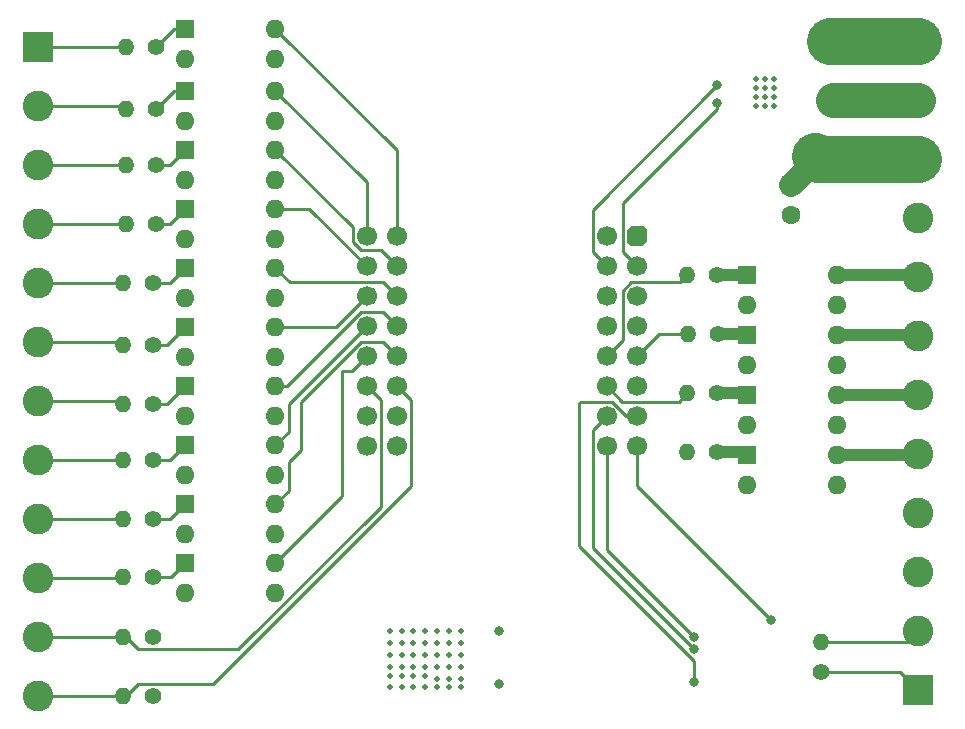
<source format=gbr>
%TF.GenerationSoftware,KiCad,Pcbnew,7.0.6*%
%TF.CreationDate,2023-09-04T23:14:40+02:00*%
%TF.ProjectId,ESP32RIO,45535033-3252-4494-9f2e-6b696361645f,rev?*%
%TF.SameCoordinates,Original*%
%TF.FileFunction,Copper,L2,Inr*%
%TF.FilePolarity,Positive*%
%FSLAX46Y46*%
G04 Gerber Fmt 4.6, Leading zero omitted, Abs format (unit mm)*
G04 Created by KiCad (PCBNEW 7.0.6) date 2023-09-04 23:14:40*
%MOMM*%
%LPD*%
G01*
G04 APERTURE LIST*
G04 Aperture macros list*
%AMFreePoly0*
4,1,19,-0.850000,0.255000,-0.829726,0.408997,-0.770285,0.552500,-0.675729,0.675729,-0.552500,0.770285,-0.408997,0.829726,-0.255000,0.850000,0.510000,0.850000,0.850000,0.510000,0.850000,-0.255000,0.829726,-0.408997,0.770285,-0.552500,0.675729,-0.675729,0.552500,-0.770285,0.408997,-0.829726,0.255000,-0.850000,-0.510000,-0.850000,-0.850000,-0.510000,-0.850000,0.255000,-0.850000,0.255000,
$1*%
G04 Aperture macros list end*
%TA.AperFunction,ComponentPad*%
%ADD10C,1.600000*%
%TD*%
%TA.AperFunction,ComponentPad*%
%ADD11R,1.600000X1.600000*%
%TD*%
%TA.AperFunction,ComponentPad*%
%ADD12O,1.600000X1.600000*%
%TD*%
%TA.AperFunction,ComponentPad*%
%ADD13C,1.400000*%
%TD*%
%TA.AperFunction,ComponentPad*%
%ADD14O,1.400000X1.400000*%
%TD*%
%TA.AperFunction,ComponentPad*%
%ADD15R,2.600000X2.600000*%
%TD*%
%TA.AperFunction,ComponentPad*%
%ADD16C,2.600000*%
%TD*%
%TA.AperFunction,ComponentPad*%
%ADD17FreePoly0,180.000000*%
%TD*%
%TA.AperFunction,ComponentPad*%
%ADD18C,1.700000*%
%TD*%
%TA.AperFunction,ViaPad*%
%ADD19C,0.500000*%
%TD*%
%TA.AperFunction,ViaPad*%
%ADD20C,0.800000*%
%TD*%
%TA.AperFunction,Conductor*%
%ADD21C,2.000000*%
%TD*%
%TA.AperFunction,Conductor*%
%ADD22C,0.250000*%
%TD*%
%TA.AperFunction,Conductor*%
%ADD23C,1.000000*%
%TD*%
%TA.AperFunction,Conductor*%
%ADD24C,3.000000*%
%TD*%
%TA.AperFunction,Conductor*%
%ADD25C,4.000000*%
%TD*%
G04 APERTURE END LIST*
D10*
%TO.N,GND*%
%TO.C,C4*%
X173250000Y-72000000D03*
D11*
%TO.N,Net-(J1-Pin_10)*%
X173250000Y-69500000D03*
%TD*%
%TO.N,Net-(R8-Pad1)*%
%TO.C,U8*%
X121950000Y-91475000D03*
D12*
%TO.N,GND*%
X121950000Y-94015000D03*
X129570000Y-94015000D03*
%TO.N,Net-(U11-GPIO33)*%
X129570000Y-91475000D03*
%TD*%
D11*
%TO.N,Net-(R4-Pad1)*%
%TO.C,U4*%
X121950000Y-71475000D03*
D12*
%TO.N,GND*%
X121950000Y-74015000D03*
X129570000Y-74015000D03*
%TO.N,Net-(U11-GPIO37)*%
X129570000Y-71475000D03*
%TD*%
D13*
%TO.N,Net-(R7-Pad1)*%
%TO.C,R7*%
X119220000Y-88000000D03*
D14*
%TO.N,Net-(J2-Pin_7)*%
X116680000Y-88000000D03*
%TD*%
D13*
%TO.N,Net-(R3-Pad1)*%
%TO.C,R3*%
X119470000Y-67750000D03*
D14*
%TO.N,Net-(J2-Pin_3)*%
X116930000Y-67750000D03*
%TD*%
D11*
%TO.N,Net-(R1-Pad1)*%
%TO.C,U1*%
X121950000Y-56225000D03*
D12*
%TO.N,GND*%
X121950000Y-58765000D03*
X129570000Y-58765000D03*
%TO.N,Net-(U11-GPIO40)*%
X129570000Y-56225000D03*
%TD*%
D13*
%TO.N,Net-(R11-Pad1)*%
%TO.C,R11*%
X167002032Y-77102460D03*
D14*
%TO.N,Net-(U11-GPIO8)*%
X164462032Y-77102460D03*
%TD*%
D11*
%TO.N,Net-(R10-Pad1)*%
%TO.C,U10*%
X121950000Y-101475000D03*
D12*
%TO.N,GND*%
X121950000Y-104015000D03*
X129570000Y-104015000D03*
%TO.N,Net-(U11-GPIO18)*%
X129570000Y-101475000D03*
%TD*%
D11*
%TO.N,Net-(R13-Pad1)*%
%TO.C,U14*%
X169482032Y-87234126D03*
D12*
%TO.N,GND*%
X169482032Y-89774126D03*
%TO.N,Net-(J1-Pin_4)*%
X177102032Y-89774126D03*
%TO.N,Net-(J1-Pin_6)*%
X177102032Y-87234126D03*
%TD*%
D11*
%TO.N,Net-(R14-Pad1)*%
%TO.C,U16*%
X169482032Y-92327459D03*
D12*
%TO.N,GND*%
X169482032Y-94867459D03*
%TO.N,Net-(J1-Pin_4)*%
X177102032Y-94867459D03*
%TO.N,Net-(J1-Pin_5)*%
X177102032Y-92327459D03*
%TD*%
D13*
%TO.N,Net-(R13-Pad1)*%
%TO.C,R13*%
X167002032Y-87102460D03*
D14*
%TO.N,Net-(U11-GPIO10)*%
X164462032Y-87102460D03*
%TD*%
D13*
%TO.N,Net-(J1-Pin_1)*%
%TO.C,R15*%
X175750000Y-110720000D03*
D14*
%TO.N,Net-(J1-Pin_2)*%
X175750000Y-108180000D03*
%TD*%
D13*
%TO.N,Net-(R6-Pad1)*%
%TO.C,R6*%
X119220000Y-83000000D03*
D14*
%TO.N,Net-(J2-Pin_6)*%
X116680000Y-83000000D03*
%TD*%
D11*
%TO.N,Net-(R9-Pad1)*%
%TO.C,U9*%
X121950000Y-96475000D03*
D12*
%TO.N,GND*%
X121950000Y-99015000D03*
X129570000Y-99015000D03*
%TO.N,Net-(U11-GPIO21)*%
X129570000Y-96475000D03*
%TD*%
D13*
%TO.N,Net-(R4-Pad1)*%
%TO.C,R4*%
X119470000Y-72750000D03*
D14*
%TO.N,Net-(J2-Pin_4)*%
X116930000Y-72750000D03*
%TD*%
D13*
%TO.N,Net-(R12-Pad1)*%
%TO.C,R12*%
X167032032Y-82102460D03*
D14*
%TO.N,Net-(U11-GPIO9)*%
X164492032Y-82102460D03*
%TD*%
D13*
%TO.N,Net-(R9-Pad1)*%
%TO.C,R9*%
X119220000Y-97750000D03*
D14*
%TO.N,Net-(J2-Pin_9)*%
X116680000Y-97750000D03*
%TD*%
D13*
%TO.N,Net-(R1-Pad1)*%
%TO.C,R1*%
X119470000Y-57750000D03*
D14*
%TO.N,Net-(J2-Pin_1)*%
X116930000Y-57750000D03*
%TD*%
D13*
%TO.N,Net-(R10-Pad1)*%
%TO.C,R10*%
X119220000Y-102669888D03*
D14*
%TO.N,Net-(J2-Pin_10)*%
X116680000Y-102669888D03*
%TD*%
D13*
%TO.N,Net-(R8-Pad1)*%
%TO.C,R8*%
X119220000Y-92750000D03*
D14*
%TO.N,Net-(J2-Pin_8)*%
X116680000Y-92750000D03*
%TD*%
D11*
%TO.N,Net-(R11-Pad1)*%
%TO.C,U12*%
X169462032Y-77047460D03*
D12*
%TO.N,GND*%
X169462032Y-79587460D03*
%TO.N,Net-(J1-Pin_4)*%
X177082032Y-79587460D03*
%TO.N,Net-(J1-Pin_8)*%
X177082032Y-77047460D03*
%TD*%
D15*
%TO.N,Net-(J1-Pin_1)*%
%TO.C,J1*%
X184000000Y-112250000D03*
D16*
%TO.N,Net-(J1-Pin_2)*%
X184000000Y-107250000D03*
%TO.N,+24V*%
X184000000Y-102250000D03*
%TO.N,Net-(J1-Pin_4)*%
X184000000Y-97250000D03*
%TO.N,Net-(J1-Pin_5)*%
X184000000Y-92250000D03*
%TO.N,Net-(J1-Pin_6)*%
X184000000Y-87250000D03*
%TO.N,Net-(J1-Pin_7)*%
X184000000Y-82250000D03*
%TO.N,Net-(J1-Pin_8)*%
X184000000Y-77250000D03*
%TO.N,GND*%
X184000000Y-72250000D03*
%TO.N,Net-(J1-Pin_10)*%
X184000000Y-67250000D03*
%TO.N,Net-(J1-Pin_11)*%
X184000000Y-62250000D03*
%TO.N,Net-(J1-Pin_12)*%
X184000000Y-57250000D03*
%TD*%
D13*
%TO.N,GND*%
%TO.C,R17*%
X119220000Y-107750000D03*
D14*
%TO.N,Net-(J2-Pin_11)*%
X116680000Y-107750000D03*
%TD*%
D13*
%TO.N,Net-(R2-Pad1)*%
%TO.C,R2*%
X119470000Y-63000000D03*
D14*
%TO.N,Net-(J2-Pin_2)*%
X116930000Y-63000000D03*
%TD*%
D13*
%TO.N,GND*%
%TO.C,R16*%
X119220000Y-112750000D03*
D14*
%TO.N,Net-(J2-Pin_12)*%
X116680000Y-112750000D03*
%TD*%
D11*
%TO.N,Net-(R3-Pad1)*%
%TO.C,U3*%
X121950000Y-66475000D03*
D12*
%TO.N,GND*%
X121950000Y-69015000D03*
X129570000Y-69015000D03*
%TO.N,Net-(U11-GPIO38)*%
X129570000Y-66475000D03*
%TD*%
D11*
%TO.N,Net-(R12-Pad1)*%
%TO.C,U13*%
X169482032Y-82140793D03*
D12*
%TO.N,GND*%
X169482032Y-84680793D03*
%TO.N,Net-(J1-Pin_4)*%
X177102032Y-84680793D03*
%TO.N,Net-(J1-Pin_7)*%
X177102032Y-82140793D03*
%TD*%
D11*
%TO.N,Net-(R7-Pad1)*%
%TO.C,U7*%
X121950000Y-86475000D03*
D12*
%TO.N,GND*%
X121950000Y-89015000D03*
X129570000Y-89015000D03*
%TO.N,Net-(U11-GPIO34)*%
X129570000Y-86475000D03*
%TD*%
D13*
%TO.N,Net-(R5-Pad1)*%
%TO.C,R5*%
X119220000Y-77750000D03*
D14*
%TO.N,Net-(J2-Pin_5)*%
X116680000Y-77750000D03*
%TD*%
D11*
%TO.N,Net-(R5-Pad1)*%
%TO.C,U5*%
X121950000Y-76475000D03*
D12*
%TO.N,GND*%
X121950000Y-79015000D03*
X129570000Y-79015000D03*
%TO.N,Net-(U11-GPIO36)*%
X129570000Y-76475000D03*
%TD*%
D11*
%TO.N,Net-(R6-Pad1)*%
%TO.C,U6*%
X121950000Y-81475000D03*
D12*
%TO.N,GND*%
X121950000Y-84015000D03*
X129570000Y-84015000D03*
%TO.N,Net-(U11-GPIO35)*%
X129570000Y-81475000D03*
%TD*%
D13*
%TO.N,Net-(R14-Pad1)*%
%TO.C,R14*%
X167002032Y-92102460D03*
D14*
%TO.N,Net-(U11-GPIO11)*%
X164462032Y-92102460D03*
%TD*%
D11*
%TO.N,Net-(R2-Pad1)*%
%TO.C,U2*%
X121950000Y-61475000D03*
D12*
%TO.N,GND*%
X121950000Y-64015000D03*
X129570000Y-64015000D03*
%TO.N,Net-(U11-GPIO39)*%
X129570000Y-61475000D03*
%TD*%
D15*
%TO.N,Net-(J2-Pin_1)*%
%TO.C,J2*%
X109500000Y-57750000D03*
D16*
%TO.N,Net-(J2-Pin_2)*%
X109500000Y-62750000D03*
%TO.N,Net-(J2-Pin_3)*%
X109500000Y-67750000D03*
%TO.N,Net-(J2-Pin_4)*%
X109500000Y-72750000D03*
%TO.N,Net-(J2-Pin_5)*%
X109500000Y-77750000D03*
%TO.N,Net-(J2-Pin_6)*%
X109500000Y-82750000D03*
%TO.N,Net-(J2-Pin_7)*%
X109500000Y-87750000D03*
%TO.N,Net-(J2-Pin_8)*%
X109500000Y-92750000D03*
%TO.N,Net-(J2-Pin_9)*%
X109500000Y-97750000D03*
%TO.N,Net-(J2-Pin_10)*%
X109500000Y-102750000D03*
%TO.N,Net-(J2-Pin_11)*%
X109500000Y-107750000D03*
%TO.N,Net-(J2-Pin_12)*%
X109500000Y-112750000D03*
%TD*%
D17*
%TO.N,unconnected-(U11-EN-Pad1)*%
%TO.C,U11*%
X160162500Y-73805000D03*
D18*
%TO.N,Net-(U11-GPIO3)*%
X160162500Y-76345000D03*
%TO.N,unconnected-(U11-GPIO5-Pad3)*%
X160162500Y-78885000D03*
%TO.N,unconnected-(U11-GPIO7-Pad4)*%
X160162500Y-81425000D03*
%TO.N,Net-(U11-GPIO9)*%
X160162500Y-83965000D03*
%TO.N,Net-(U11-GPIO11)*%
X160162500Y-86505000D03*
%TO.N,/RX-I*%
X160162500Y-89045000D03*
%TO.N,Net-(U11-3V3)*%
X160162500Y-91585000D03*
%TO.N,Net-(U11-VBUS)*%
X137302500Y-91585000D03*
%TO.N,GND*%
X137302500Y-89045000D03*
%TO.N,Net-(J2-Pin_11)*%
X137302500Y-86505000D03*
%TO.N,Net-(U11-GPIO18)*%
X137302500Y-83965000D03*
%TO.N,Net-(U11-GPIO33)*%
X137302500Y-81425000D03*
%TO.N,Net-(U11-GPIO35)*%
X137302500Y-78885000D03*
%TO.N,Net-(U11-GPIO37)*%
X137302500Y-76345000D03*
%TO.N,Net-(U11-GPIO39)*%
X137302500Y-73805000D03*
%TO.N,unconnected-(U11-GPIO1-Pad17)*%
X157622500Y-73805000D03*
%TO.N,Net-(U11-GPIO2)*%
X157622500Y-76345000D03*
%TO.N,unconnected-(U11-GPIO4-Pad19)*%
X157622500Y-78885000D03*
%TO.N,unconnected-(U11-GPIO6-Pad20)*%
X157622500Y-81425000D03*
%TO.N,Net-(U11-GPIO8)*%
X157622500Y-83965000D03*
%TO.N,Net-(U11-GPIO10)*%
X157622500Y-86505000D03*
%TO.N,/RTS*%
X157622500Y-89045000D03*
%TO.N,/TX-O*%
X157622500Y-91585000D03*
%TO.N,unconnected-(U11-GPIO15-Pad25)*%
X139842500Y-91585000D03*
%TO.N,GND*%
X139842500Y-89045000D03*
%TO.N,Net-(J2-Pin_12)*%
X139842500Y-86505000D03*
%TO.N,Net-(U11-GPIO21)*%
X139842500Y-83965000D03*
%TO.N,Net-(U11-GPIO34)*%
X139842500Y-81425000D03*
%TO.N,Net-(U11-GPIO36)*%
X139842500Y-78885000D03*
%TO.N,Net-(U11-GPIO38)*%
X139842500Y-76345000D03*
%TO.N,Net-(U11-GPIO40)*%
X139842500Y-73805000D03*
%TD*%
D19*
%TO.N,GND*%
X141250000Y-112000000D03*
X140250000Y-112000000D03*
X144250000Y-110250000D03*
X170250000Y-60500000D03*
X145250000Y-109250000D03*
X171000000Y-62750000D03*
X144250000Y-109250000D03*
X142250000Y-107250000D03*
X143250000Y-112000000D03*
X139250000Y-110250000D03*
X139250000Y-112000000D03*
X141250000Y-110250000D03*
X139250000Y-107250000D03*
X140250000Y-110250000D03*
X144250000Y-108250000D03*
X171000000Y-60500000D03*
X171750000Y-60500000D03*
X145250000Y-108250000D03*
X171750000Y-62750000D03*
X140250000Y-108250000D03*
X139250000Y-108250000D03*
X140250000Y-107250000D03*
X142250000Y-108250000D03*
X139250000Y-111000000D03*
X170250000Y-62000000D03*
X141250000Y-111000000D03*
X141250000Y-108250000D03*
X171750000Y-61250000D03*
X170250000Y-61250000D03*
X144250000Y-112000000D03*
X144250000Y-107250000D03*
X143250000Y-108250000D03*
X142250000Y-111000000D03*
X142250000Y-110250000D03*
X145250000Y-107250000D03*
X145250000Y-111250000D03*
X170250000Y-62750000D03*
X171000000Y-61250000D03*
X143250000Y-110250000D03*
X145250000Y-112000000D03*
X140250000Y-109250000D03*
X141250000Y-107250000D03*
X143250000Y-109250000D03*
X143250000Y-111250000D03*
X140250000Y-111000000D03*
X171750000Y-62000000D03*
X144250000Y-111250000D03*
X145250000Y-110250000D03*
X171000000Y-62000000D03*
X143250000Y-107250000D03*
X141250000Y-109250000D03*
X139250000Y-109250000D03*
X142250000Y-112000000D03*
X142250000Y-109250000D03*
D20*
%TO.N,/TX-O*%
X165000000Y-107750000D03*
%TO.N,/RTS*%
X165000000Y-108750000D03*
%TO.N,/RX-I*%
X165000000Y-111500000D03*
D19*
%TO.N,Net-(J1-Pin_11)*%
X176500000Y-62250000D03*
X177250000Y-62250000D03*
X176000000Y-62750000D03*
X176500000Y-61500000D03*
X177000000Y-61750000D03*
X175750000Y-62250000D03*
X176000000Y-61750000D03*
X176500000Y-63000000D03*
X177000000Y-62750000D03*
%TO.N,Net-(J1-Pin_12)*%
X177250000Y-57250000D03*
X176000000Y-57750000D03*
X176000000Y-56750000D03*
X176500000Y-58000000D03*
X177000000Y-57750000D03*
X176500000Y-56500000D03*
X175750000Y-57250000D03*
X177000000Y-56750000D03*
X176500000Y-57250000D03*
D20*
%TO.N,+24V*%
X148500000Y-111750000D03*
D19*
%TO.N,Net-(J1-Pin_10)*%
X174500000Y-67000000D03*
X174750000Y-67500000D03*
X176000000Y-67000000D03*
X175750000Y-66500000D03*
X175750000Y-67500000D03*
X174750000Y-66500000D03*
X175250000Y-67000000D03*
X175250000Y-67750000D03*
X175250000Y-66250000D03*
D20*
%TO.N,Net-(U11-3V3)*%
X171500000Y-106250000D03*
%TO.N,Net-(U11-VBUS)*%
X148500000Y-107250000D03*
%TO.N,Net-(U11-GPIO3)*%
X167000000Y-62500000D03*
%TO.N,Net-(U11-GPIO2)*%
X167000000Y-61000000D03*
%TD*%
D21*
%TO.N,Net-(J1-Pin_10)*%
X173250000Y-69500000D02*
X175500000Y-67250000D01*
D22*
%TO.N,Net-(R1-Pad1)*%
X120995000Y-56225000D02*
X121950000Y-56225000D01*
X119470000Y-57750000D02*
X120995000Y-56225000D01*
%TO.N,Net-(R2-Pad1)*%
X119470000Y-63000000D02*
X120995000Y-61475000D01*
X120995000Y-61475000D02*
X121950000Y-61475000D01*
%TO.N,Net-(R3-Pad1)*%
X119470000Y-67750000D02*
X120675000Y-67750000D01*
X120675000Y-67750000D02*
X121950000Y-66475000D01*
%TO.N,Net-(R4-Pad1)*%
X120675000Y-72750000D02*
X121950000Y-71475000D01*
X119470000Y-72750000D02*
X120675000Y-72750000D01*
%TO.N,Net-(R5-Pad1)*%
X120675000Y-77750000D02*
X121950000Y-76475000D01*
X119220000Y-77750000D02*
X120675000Y-77750000D01*
%TO.N,Net-(R6-Pad1)*%
X119220000Y-83000000D02*
X120425000Y-83000000D01*
X120425000Y-83000000D02*
X121950000Y-81475000D01*
%TO.N,Net-(R7-Pad1)*%
X120425000Y-88000000D02*
X121950000Y-86475000D01*
X119220000Y-88000000D02*
X120425000Y-88000000D01*
%TO.N,Net-(R8-Pad1)*%
X119220000Y-92750000D02*
X120675000Y-92750000D01*
X120675000Y-92750000D02*
X121950000Y-91475000D01*
%TO.N,Net-(U11-GPIO18)*%
X136017500Y-85250000D02*
X137302500Y-83965000D01*
X135250000Y-85250000D02*
X136017500Y-85250000D01*
X135250000Y-95795000D02*
X135250000Y-85250000D01*
X129570000Y-101475000D02*
X135250000Y-95795000D01*
%TO.N,Net-(U11-GPIO21)*%
X129570000Y-96475000D02*
X130695000Y-95350000D01*
X136815799Y-82790000D02*
X138667500Y-82790000D01*
X130695000Y-95350000D02*
X130695000Y-92945000D01*
X138667500Y-82790000D02*
X139842500Y-83965000D01*
X131750000Y-91890000D02*
X131750000Y-87855799D01*
X131750000Y-87855799D02*
X136815799Y-82790000D01*
X130695000Y-92945000D02*
X131750000Y-91890000D01*
%TO.N,Net-(R9-Pad1)*%
X119220000Y-97750000D02*
X120675000Y-97750000D01*
X120675000Y-97750000D02*
X121950000Y-96475000D01*
%TO.N,Net-(R10-Pad1)*%
X119220000Y-102669888D02*
X120755112Y-102669888D01*
X120755112Y-102669888D02*
X121950000Y-101475000D01*
%TO.N,Net-(U11-GPIO33)*%
X130695000Y-90350000D02*
X130695000Y-88032500D01*
X129570000Y-91475000D02*
X130695000Y-90350000D01*
X130695000Y-88032500D02*
X137302500Y-81425000D01*
%TO.N,Net-(U11-GPIO34)*%
X136815799Y-80250000D02*
X138667500Y-80250000D01*
X138667500Y-80250000D02*
X139842500Y-81425000D01*
X130590799Y-86475000D02*
X136815799Y-80250000D01*
X129570000Y-86475000D02*
X130590799Y-86475000D01*
%TO.N,Net-(U11-GPIO35)*%
X134712500Y-81475000D02*
X137302500Y-78885000D01*
X129570000Y-81475000D02*
X134712500Y-81475000D01*
%TO.N,Net-(U11-GPIO36)*%
X129570000Y-76475000D02*
X130805000Y-77710000D01*
X138667500Y-77710000D02*
X139842500Y-78885000D01*
X130805000Y-77710000D02*
X138667500Y-77710000D01*
%TO.N,Net-(U11-GPIO37)*%
X129570000Y-71475000D02*
X132432500Y-71475000D01*
X132432500Y-71475000D02*
X137302500Y-76345000D01*
%TO.N,/TX-O*%
X157622500Y-100372500D02*
X165000000Y-107750000D01*
X157622500Y-91585000D02*
X157622500Y-100372500D01*
%TO.N,/RTS*%
X156447500Y-90220000D02*
X156447500Y-100222805D01*
X156447500Y-100222805D02*
X164974695Y-108750000D01*
X157622500Y-89045000D02*
X156447500Y-90220000D01*
X164974695Y-108750000D02*
X165000000Y-108750000D01*
%TO.N,/RX-I*%
X155250000Y-100025305D02*
X165000000Y-109775305D01*
X155380000Y-87870000D02*
X155250000Y-88000000D01*
X160162500Y-89045000D02*
X159284201Y-89045000D01*
X155250000Y-88000000D02*
X155250000Y-100025305D01*
X159284201Y-89045000D02*
X158109201Y-87870000D01*
X165000000Y-109775305D02*
X165000000Y-111500000D01*
X158109201Y-87870000D02*
X155380000Y-87870000D01*
%TO.N,Net-(U11-GPIO38)*%
X138497500Y-75000000D02*
X139842500Y-76345000D01*
X129570000Y-66475000D02*
X136127500Y-73032500D01*
X136127500Y-73032500D02*
X136127500Y-74291701D01*
X136127500Y-74291701D02*
X136835799Y-75000000D01*
X136835799Y-75000000D02*
X138497500Y-75000000D01*
D23*
%TO.N,Net-(R11-Pad1)*%
X167002032Y-77102460D02*
X169407032Y-77102460D01*
X169407032Y-77102460D02*
X169462032Y-77047460D01*
%TO.N,Net-(R12-Pad1)*%
X169443699Y-82102460D02*
X169482032Y-82140793D01*
X167032032Y-82102460D02*
X169443699Y-82102460D01*
%TO.N,Net-(R13-Pad1)*%
X167002032Y-87102460D02*
X169350366Y-87102460D01*
X169350366Y-87102460D02*
X169482032Y-87234126D01*
%TO.N,Net-(R14-Pad1)*%
X169257033Y-92102460D02*
X169482032Y-92327459D01*
X167002032Y-92102460D02*
X169257033Y-92102460D01*
%TO.N,Net-(J1-Pin_5)*%
X177102032Y-92327459D02*
X183922541Y-92327459D01*
X183922541Y-92327459D02*
X184000000Y-92250000D01*
%TO.N,Net-(J1-Pin_6)*%
X183984126Y-87234126D02*
X184000000Y-87250000D01*
X177102032Y-87234126D02*
X183984126Y-87234126D01*
%TO.N,Net-(J1-Pin_7)*%
X183890793Y-82140793D02*
X184000000Y-82250000D01*
X177102032Y-82140793D02*
X183890793Y-82140793D01*
%TO.N,Net-(J1-Pin_8)*%
X177082032Y-77047460D02*
X183797460Y-77047460D01*
X183797460Y-77047460D02*
X184000000Y-77250000D01*
D24*
%TO.N,Net-(J1-Pin_11)*%
X184000000Y-62250000D02*
X176750000Y-62250000D01*
D25*
%TO.N,Net-(J1-Pin_12)*%
X184000000Y-57250000D02*
X176500000Y-57250000D01*
D22*
%TO.N,Net-(J1-Pin_1)*%
X182470000Y-110720000D02*
X184000000Y-112250000D01*
X175750000Y-110720000D02*
X182470000Y-110720000D01*
%TO.N,Net-(J1-Pin_2)*%
X183070000Y-108180000D02*
X184000000Y-107250000D01*
X175750000Y-108180000D02*
X183070000Y-108180000D01*
D25*
%TO.N,Net-(J1-Pin_10)*%
X184000000Y-67250000D02*
X175500000Y-67250000D01*
D24*
X176000000Y-67250000D02*
X175500000Y-67250000D01*
D25*
X175500000Y-67250000D02*
X175250000Y-67000000D01*
D22*
%TO.N,Net-(J2-Pin_1)*%
X109500000Y-57750000D02*
X116930000Y-57750000D01*
%TO.N,Net-(J2-Pin_3)*%
X109500000Y-67750000D02*
X116930000Y-67750000D01*
%TO.N,Net-(J2-Pin_4)*%
X109500000Y-72750000D02*
X116930000Y-72750000D01*
%TO.N,Net-(J2-Pin_5)*%
X109500000Y-77750000D02*
X116680000Y-77750000D01*
%TO.N,Net-(J2-Pin_6)*%
X109500000Y-82750000D02*
X116430000Y-82750000D01*
X116430000Y-82750000D02*
X116680000Y-83000000D01*
%TO.N,Net-(J2-Pin_7)*%
X116430000Y-87750000D02*
X116680000Y-88000000D01*
X109500000Y-87750000D02*
X116430000Y-87750000D01*
%TO.N,Net-(J2-Pin_8)*%
X109500000Y-92750000D02*
X116680000Y-92750000D01*
%TO.N,Net-(J2-Pin_9)*%
X116680000Y-97750000D02*
X109500000Y-97750000D01*
%TO.N,Net-(J2-Pin_10)*%
X116599888Y-102750000D02*
X116680000Y-102669888D01*
X109500000Y-102750000D02*
X116599888Y-102750000D01*
%TO.N,Net-(J2-Pin_12)*%
X109500000Y-112750000D02*
X116930000Y-112750000D01*
X124275000Y-111725000D02*
X117955000Y-111725000D01*
X139842500Y-86505000D02*
X141017500Y-87680000D01*
X117955000Y-111725000D02*
X116930000Y-112750000D01*
X141017500Y-87680000D02*
X141017500Y-94982500D01*
X141017500Y-94982500D02*
X124275000Y-111725000D01*
%TO.N,Net-(J2-Pin_2)*%
X109500000Y-62750000D02*
X116680000Y-62750000D01*
X116680000Y-62750000D02*
X116930000Y-63000000D01*
%TO.N,Net-(U11-GPIO40)*%
X139842500Y-66497500D02*
X139842500Y-73805000D01*
X129570000Y-56225000D02*
X139842500Y-66497500D01*
%TO.N,Net-(U11-GPIO39)*%
X137302500Y-69207500D02*
X137302500Y-73805000D01*
X129570000Y-61475000D02*
X137302500Y-69207500D01*
%TO.N,Net-(U11-3V3)*%
X160162500Y-91585000D02*
X160162500Y-94912500D01*
X160162500Y-94912500D02*
X171500000Y-106250000D01*
%TO.N,Net-(U11-GPIO10)*%
X164462032Y-87102460D02*
X163762032Y-87802460D01*
X163762032Y-87802460D02*
X158919960Y-87802460D01*
X158919960Y-87802460D02*
X157622500Y-86505000D01*
%TO.N,Net-(U11-GPIO9)*%
X164492032Y-82102460D02*
X162025040Y-82102460D01*
X162025040Y-82102460D02*
X160162500Y-83965000D01*
%TO.N,Net-(U11-GPIO8)*%
X159675799Y-77710000D02*
X163854492Y-77710000D01*
X158987500Y-78398299D02*
X159675799Y-77710000D01*
X163854492Y-77710000D02*
X164462032Y-77102460D01*
X157622500Y-83965000D02*
X158987500Y-82600000D01*
X158987500Y-82600000D02*
X158987500Y-78398299D01*
%TO.N,Net-(U11-GPIO3)*%
X158987500Y-75170000D02*
X158987500Y-71012500D01*
X159000000Y-71000000D02*
X167000000Y-63000000D01*
X167000000Y-63000000D02*
X167000000Y-62500000D01*
X160162500Y-76345000D02*
X158987500Y-75170000D01*
X158987500Y-71012500D02*
X159000000Y-71000000D01*
%TO.N,Net-(U11-GPIO2)*%
X156447500Y-75170000D02*
X156447500Y-71552500D01*
X156447500Y-71552500D02*
X167000000Y-61000000D01*
X157622500Y-76345000D02*
X156447500Y-75170000D01*
%TO.N,Net-(J2-Pin_11)*%
X138477500Y-87680000D02*
X138477500Y-96698491D01*
X137302500Y-86505000D02*
X138477500Y-87680000D01*
X117955000Y-108775000D02*
X116930000Y-107750000D01*
X138477500Y-96698491D02*
X126400991Y-108775000D01*
X126400991Y-108775000D02*
X117955000Y-108775000D01*
X109500000Y-107750000D02*
X116930000Y-107750000D01*
%TD*%
M02*

</source>
